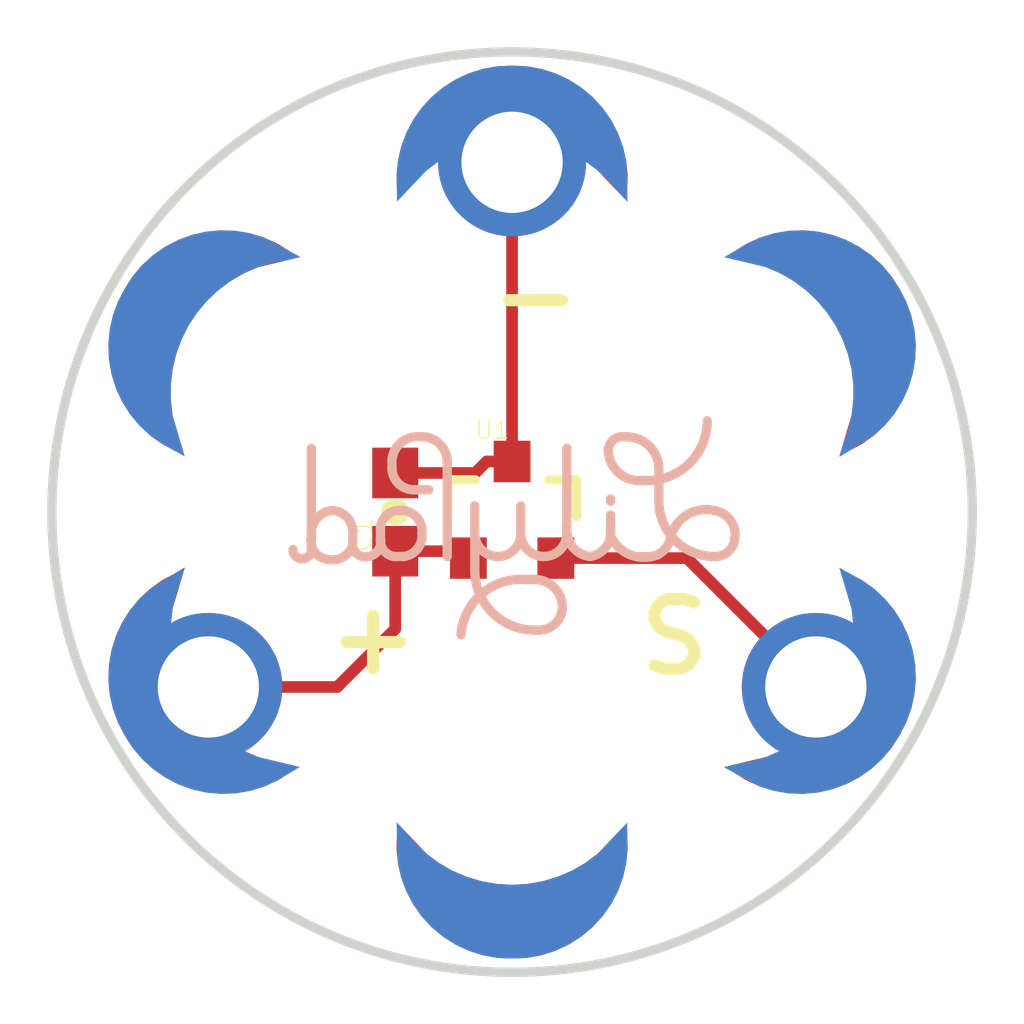
<source format=kicad_pcb>
(kicad_pcb (version 20211014) (generator pcbnew)
  (layers (0 "F.Cu" signal) (31 "B.Cu" signal) (34 "B.Paste" user) (35 "F.Paste" user) (36 "B.SilkS" user "B.Silkscreen") (37 "F.SilkS" user "F.Silkscreen") (38 "B.Mask" user) (39 "F.Mask" user) (44 "Edge.Cuts" user))
  (net 0 "")
  (net 1 "VCC")
  (net 2 "GND")
  (net 3 "VO")
  (footprint "boardEagle:PETAL-NOHOLE-2SIDE" (layer "F.Cu") (at 148.5011 112.6036)
    (fp_text reference "TEMP2" hide)
    (fp_text value "SEWTAP-NOHOLE2" hide)
    (fp_poly (pts (xy -1.854655 -0.173117) (xy -1.587233 0.02496) (xy -1.296131 0.192254) (xy -0.987629 0.324761) (xy -0.665876 0.420699) (xy -0.335186 0.478783) (xy -0.000001 0.49823) (xy 0.335185 0.478783) (xy 0.665875 0.4207) (xy 0.987628 0.324762) (xy 1.29613 0.192254) (xy 1.587231 0.024961) (xy 1.857026 -0.174874) (xy 2.101909 -0.404578) (xy 2.32514 -0.668824) (xy 2.493638 -0.837322) (xy 2.51214 -0.289809) (xy 2.481402 0.029121) (xy 2.409619 0.341384) (xy 2.298003 0.641723) (xy 2.148431 0.925078) (xy 1.963424 1.186677) (xy 1.746098 1.422114) (xy 1.500112 1.627423) (xy 1.22961 1.799149) (xy 0.939146 1.934398) (xy 0.633613 2.030893) (xy 0.318157 2.087007) (xy 0.002347 2.1016) (xy -0.002346 2.1016) (xy -0.318157 2.087008) (xy -0.633613 2.030893) (xy -0.939146 1.934399) (xy -1.22961 1.79915) (xy -1.500112 1.627424) (xy -1.746098 1.422115) (xy -1.963425 1.186678) (xy -2.148432 0.925079) (xy -2.298003 0.641724) (xy -2.409619 0.341385) (xy -2.481402 0.029122) (xy -2.512141 -0.289808) (xy -2.5016 -0.601715) (xy -2.5016 -0.854591)) (layer "F.Cu") (width 0) (fill solid))
    (fp_poly (pts (xy 2.5016 -0.601715) (xy 2.512141 -0.289808) (xy 2.481402 0.029122) (xy 2.409619 0.341385) (xy 2.298003 0.641724) (xy 2.148432 0.925079) (xy 1.963425 1.186678) (xy 1.746098 1.422115) (xy 1.500112 1.627424) (xy 1.22961 1.79915) (xy 0.939146 1.934399) (xy 0.633613 2.030893) (xy 0.318157 2.087008) (xy 0.002346 2.1016) (xy -0.002347 2.1016) (xy -0.318157 2.087007) (xy -0.633613 2.030893) (xy -0.939146 1.934398) (xy -1.22961 1.799149) (xy -1.500112 1.627423) (xy -1.746098 1.422114) (xy -1.963424 1.186677) (xy -2.148431 0.925078) (xy -2.298003 0.641723) (xy -2.409619 0.341384) (xy -2.482146 0.025885) (xy -2.50954 -0.853224) (xy -2.32514 -0.668824) (xy -2.101909 -0.404578) (xy -1.857026 -0.174874) (xy -1.587231 0.024961) (xy -1.29613 0.192254) (xy -0.987628 0.324762) (xy -0.665875 0.4207) (xy -0.335185 0.478783) (xy 0.000001 0.49823) (xy 0.335186 0.478783) (xy 0.665876 0.420699) (xy 0.987629 0.324761) (xy 1.296131 0.192254) (xy 1.587233 0.02496) (xy 1.854655 -0.173117) (xy 2.5016 -0.854591)) (layer "B.Cu") (width 0) (fill solid))
  )
  (footprint "boardEagle:PETAL-NOHOLE-2SIDE" (layer "F.Cu") (at 155.1011 101.2036 120)
    (fp_text reference "TEMP3" hide)
    (fp_text value "SEWTAP-NOHOLE2" hide)
    (fp_poly (pts (xy -1.854655 -0.173117) (xy -1.587233 0.02496) (xy -1.296131 0.192254) (xy -0.987629 0.324761) (xy -0.665876 0.420699) (xy -0.335186 0.478783) (xy -0.000001 0.49823) (xy 0.335185 0.478783) (xy 0.665875 0.4207) (xy 0.987628 0.324762) (xy 1.29613 0.192254) (xy 1.587231 0.024961) (xy 1.857026 -0.174874) (xy 2.101909 -0.404578) (xy 2.32514 -0.668824) (xy 2.493638 -0.837322) (xy 2.51214 -0.289809) (xy 2.481402 0.029121) (xy 2.409619 0.341384) (xy 2.298003 0.641723) (xy 2.148431 0.925078) (xy 1.963424 1.186677) (xy 1.746098 1.422114) (xy 1.500112 1.627423) (xy 1.22961 1.799149) (xy 0.939146 1.934398) (xy 0.633613 2.030893) (xy 0.318157 2.087007) (xy 0.002347 2.1016) (xy -0.002346 2.1016) (xy -0.318157 2.087008) (xy -0.633613 2.030893) (xy -0.939146 1.934399) (xy -1.22961 1.79915) (xy -1.500112 1.627424) (xy -1.746098 1.422115) (xy -1.963425 1.186678) (xy -2.148432 0.925079) (xy -2.298003 0.641724) (xy -2.409619 0.341385) (xy -2.481402 0.029122) (xy -2.512141 -0.289808) (xy -2.5016 -0.601715) (xy -2.5016 -0.854591)) (layer "F.Cu") (width 0) (fill solid))
    (fp_poly (pts (xy 2.5016 -0.601715) (xy 2.512141 -0.289808) (xy 2.481402 0.029122) (xy 2.409619 0.341385) (xy 2.298003 0.641724) (xy 2.148432 0.925079) (xy 1.963425 1.186678) (xy 1.746098 1.422115) (xy 1.500112 1.627424) (xy 1.22961 1.79915) (xy 0.939146 1.934399) (xy 0.633613 2.030893) (xy 0.318157 2.087008) (xy 0.002346 2.1016) (xy -0.002347 2.1016) (xy -0.318157 2.087007) (xy -0.633613 2.030893) (xy -0.939146 1.934398) (xy -1.22961 1.799149) (xy -1.500112 1.627423) (xy -1.746098 1.422114) (xy -1.963424 1.186677) (xy -2.148431 0.925078) (xy -2.298003 0.641723) (xy -2.409619 0.341384) (xy -2.482146 0.025885) (xy -2.50954 -0.853224) (xy -2.32514 -0.668824) (xy -2.101909 -0.404578) (xy -1.857026 -0.174874) (xy -1.587231 0.024961) (xy -1.29613 0.192254) (xy -0.987628 0.324762) (xy -0.665875 0.4207) (xy -0.335185 0.478783) (xy 0.000001 0.49823) (xy 0.335186 0.478783) (xy 0.665876 0.420699) (xy 0.987629 0.324761) (xy 1.296131 0.192254) (xy 1.587233 0.02496) (xy 1.854655 -0.173117) (xy 2.5016 -0.854591)) (layer "B.Cu") (width 0) (fill solid))
  )
  (footprint "boardEagle:PETAL-SMALL-2SIDE" (layer "F.Cu") (at 155.1011 108.8036 60)
    (fp_text reference "TEMPS0" hide)
    (fp_text value "SEWTAP6" hide)
    (fp_poly (pts (xy -1.854655 -0.173117) (xy -1.587233 0.02496) (xy -1.296131 0.192254) (xy -0.987629 0.324761) (xy -0.665876 0.420699) (xy -0.335186 0.478783) (xy -0.000001 0.49823) (xy 0.335185 0.478783) (xy 0.665875 0.4207) (xy 0.987628 0.324762) (xy 1.29613 0.192254) (xy 1.587231 0.024961) (xy 1.857026 -0.174874) (xy 2.101909 -0.404578) (xy 2.32514 -0.668824) (xy 2.493638 -0.837322) (xy 2.51214 -0.289809) (xy 2.481402 0.029121) (xy 2.409619 0.341384) (xy 2.298003 0.641723) (xy 2.148431 0.925078) (xy 1.963424 1.186677) (xy 1.746098 1.422114) (xy 1.500112 1.627423) (xy 1.22961 1.799149) (xy 0.939146 1.934398) (xy 0.633613 2.030893) (xy 0.318157 2.087007) (xy 0.002347 2.1016) (xy -0.002346 2.1016) (xy -0.318157 2.087008) (xy -0.633613 2.030893) (xy -0.939146 1.934399) (xy -1.22961 1.79915) (xy -1.500112 1.627424) (xy -1.746098 1.422115) (xy -1.963425 1.186678) (xy -2.148432 0.925079) (xy -2.298003 0.641724) (xy -2.409619 0.341385) (xy -2.481402 0.029122) (xy -2.512141 -0.289808) (xy -2.5016 -0.601715) (xy -2.5016 -0.854591)) (layer "F.Cu") (width 0) (fill solid))
    (fp_poly (pts (xy 2.5016 -0.601715) (xy 2.512141 -0.289808) (xy 2.481402 0.029122) (xy 2.409619 0.341385) (xy 2.298003 0.641724) (xy 2.148432 0.925079) (xy 1.963425 1.186678) (xy 1.746098 1.422115) (xy 1.500112 1.627424) (xy 1.22961 1.79915) (xy 0.939146 1.934399) (xy 0.633613 2.030893) (xy 0.318157 2.087008) (xy 0.002346 2.1016) (xy -0.002347 2.1016) (xy -0.318157 2.087007) (xy -0.633613 2.030893) (xy -0.939146 1.934398) (xy -1.22961 1.799149) (xy -1.500112 1.627423) (xy -1.746098 1.422114) (xy -1.963424 1.186677) (xy -2.148431 0.925078) (xy -2.298003 0.641723) (xy -2.409619 0.341384) (xy -2.482146 0.025885) (xy -2.50954 -0.853224) (xy -2.32514 -0.668824) (xy -2.101909 -0.404578) (xy -1.857026 -0.174874) (xy -1.587231 0.024961) (xy -1.29613 0.192254) (xy -0.987628 0.324762) (xy -0.665875 0.4207) (xy -0.335185 0.478783) (xy 0.000001 0.49823) (xy 0.335186 0.478783) (xy 0.665876 0.420699) (xy 0.987629 0.324761) (xy 1.296131 0.192254) (xy 1.587233 0.02496) (xy 1.854655 -0.173117) (xy 2.5016 -0.854591)) (layer "B.Cu") (width 0) (fill solid))
    (pad "1" thru_hole circle (at 0 0 150) (size 3.216 3.216) (drill 2.2) (layers *.Cu *.Mask) (net 3 "VO"))
  )
  (footprint "boardEagle:PETAL-SMALL-2SIDE" (layer "F.Cu") (at 141.9011 108.8036 -60)
    (fp_text reference "TEMP+0" hide)
    (fp_text value "SEWTAP6" hide)
    (fp_poly (pts (xy -1.854655 -0.173117) (xy -1.587233 0.02496) (xy -1.296131 0.192254) (xy -0.987629 0.324761) (xy -0.665876 0.420699) (xy -0.335186 0.478783) (xy -0.000001 0.49823) (xy 0.335185 0.478783) (xy 0.665875 0.4207) (xy 0.987628 0.324762) (xy 1.29613 0.192254) (xy 1.587231 0.024961) (xy 1.857026 -0.174874) (xy 2.101909 -0.404578) (xy 2.32514 -0.668824) (xy 2.493638 -0.837322) (xy 2.51214 -0.289809) (xy 2.481402 0.029121) (xy 2.409619 0.341384) (xy 2.298003 0.641723) (xy 2.148431 0.925078) (xy 1.963424 1.186677) (xy 1.746098 1.422114) (xy 1.500112 1.627423) (xy 1.22961 1.799149) (xy 0.939146 1.934398) (xy 0.633613 2.030893) (xy 0.318157 2.087007) (xy 0.002347 2.1016) (xy -0.002346 2.1016) (xy -0.318157 2.087008) (xy -0.633613 2.030893) (xy -0.939146 1.934399) (xy -1.22961 1.79915) (xy -1.500112 1.627424) (xy -1.746098 1.422115) (xy -1.963425 1.186678) (xy -2.148432 0.925079) (xy -2.298003 0.641724) (xy -2.409619 0.341385) (xy -2.481402 0.029122) (xy -2.512141 -0.289808) (xy -2.5016 -0.601715) (xy -2.5016 -0.854591)) (layer "F.Cu") (width 0) (fill solid))
    (fp_poly (pts (xy 2.5016 -0.601715) (xy 2.512141 -0.289808) (xy 2.481402 0.029122) (xy 2.409619 0.341385) (xy 2.298003 0.641724) (xy 2.148432 0.925079) (xy 1.963425 1.186678) (xy 1.746098 1.422115) (xy 1.500112 1.627424) (xy 1.22961 1.79915) (xy 0.939146 1.934399) (xy 0.633613 2.030893) (xy 0.318157 2.087008) (xy 0.002346 2.1016) (xy -0.002347 2.1016) (xy -0.318157 2.087007) (xy -0.633613 2.030893) (xy -0.939146 1.934398) (xy -1.22961 1.799149) (xy -1.500112 1.627423) (xy -1.746098 1.422114) (xy -1.963424 1.186677) (xy -2.148431 0.925078) (xy -2.298003 0.641723) (xy -2.409619 0.341384) (xy -2.482146 0.025885) (xy -2.50954 -0.853224) (xy -2.32514 -0.668824) (xy -2.101909 -0.404578) (xy -1.857026 -0.174874) (xy -1.587231 0.024961) (xy -1.29613 0.192254) (xy -0.987628 0.324762) (xy -0.665875 0.4207) (xy -0.335185 0.478783) (xy 0.000001 0.49823) (xy 0.335186 0.478783) (xy 0.665876 0.420699) (xy 0.987629 0.324761) (xy 1.296131 0.192254) (xy 1.587233 0.02496) (xy 1.854655 -0.173117) (xy 2.5016 -0.854591)) (layer "B.Cu") (width 0) (fill solid))
    (pad "1" thru_hole circle (at 0 0 30) (size 3.216 3.216) (drill 2.2) (layers *.Cu *.Mask) (net 1 "VCC"))
  )
  (footprint "boardEagle:SOT23-3" (layer "F.Cu") (at 148.5011 105.0036)
    (fp_text reference "U1" (at -0.8255 -1.778) (layer "F.SilkS") (effects (font (size 0.376489 0.376489) (thickness 0.029911)) (justify left)))
    (fp_text value "MCP9700")
    (fp_line (start 0.8 -0.7) (end 1.4 -0.7) (layer "F.SilkS") (width 0.2032))
    (fp_line (start -0.8 -0.7) (end -1.4 -0.7) (layer "F.SilkS") (width 0.2032))
    (fp_line (start -1.4 -0.7) (end -1.4 0.1) (layer "F.SilkS") (width 0.2032))
    (fp_line (start 1.4 -0.7) (end 1.4 0.1) (layer "F.SilkS") (width 0.2032))
    (pad "1" smd rect (at -0.95 1) (size 0.8 0.9) (layers "F.Cu" "F.Paste" "F.Mask") (net 1 "VCC"))
    (pad "2" smd rect (at 0.95 1) (size 0.8 0.9) (layers "F.Cu" "F.Paste" "F.Mask") (net 3 "VO"))
    (pad "3" smd rect (at 0 -1.1) (size 0.8 0.9) (layers "F.Cu" "F.Paste" "F.Mask") (net 2 "GND"))
  )
  (footprint "boardEagle:0603-CAP" (layer "F.Cu") (at 145.9611 105.0036 90)
    (fp_text reference "C1" (at -0.889 -0.6985 90) (layer "F.SilkS") (effects (font (size 0.376489 0.376489) (thickness 0.029911)) (justify left)))
    (fp_text value "0.1uF")
    (fp_line (start 0 -0.0305) (end 0 0.0305) (layer "F.SilkS") (width 0.5588))
    (pad "1" smd rect (at -0.85 0 90) (size 1.1 1) (layers "F.Cu" "F.Paste" "F.Mask") (net 1 "VCC"))
    (pad "2" smd rect (at 0.85 0 90) (size 1.1 1) (layers "F.Cu" "F.Paste" "F.Mask") (net 2 "GND"))
  )
  (footprint "boardEagle:PETAL-SMALL-2SIDE" (layer "F.Cu") (at 148.5011 97.4036 180)
    (fp_text reference "TEMP-0" hide)
    (fp_text value "SEWTAP6" hide)
    (fp_poly (pts (xy -1.854655 -0.173117) (xy -1.587233 0.02496) (xy -1.296131 0.192254) (xy -0.987629 0.324761) (xy -0.665876 0.420699) (xy -0.335186 0.478783) (xy -0.000001 0.49823) (xy 0.335185 0.478783) (xy 0.665875 0.4207) (xy 0.987628 0.324762) (xy 1.29613 0.192254) (xy 1.587231 0.024961) (xy 1.857026 -0.174874) (xy 2.101909 -0.404578) (xy 2.32514 -0.668824) (xy 2.493638 -0.837322) (xy 2.51214 -0.289809) (xy 2.481402 0.029121) (xy 2.409619 0.341384) (xy 2.298003 0.641723) (xy 2.148431 0.925078) (xy 1.963424 1.186677) (xy 1.746098 1.422114) (xy 1.500112 1.627423) (xy 1.22961 1.799149) (xy 0.939146 1.934398) (xy 0.633613 2.030893) (xy 0.318157 2.087007) (xy 0.002347 2.1016) (xy -0.002346 2.1016) (xy -0.318157 2.087008) (xy -0.633613 2.030893) (xy -0.939146 1.934399) (xy -1.22961 1.79915) (xy -1.500112 1.627424) (xy -1.746098 1.422115) (xy -1.963425 1.186678) (xy -2.148432 0.925079) (xy -2.298003 0.641724) (xy -2.409619 0.341385) (xy -2.481402 0.029122) (xy -2.512141 -0.289808) (xy -2.5016 -0.601715) (xy -2.5016 -0.854591)) (layer "F.Cu") (width 0) (fill solid))
    (fp_poly (pts (xy 2.5016 -0.601715) (xy 2.512141 -0.289808) (xy 2.481402 0.029122) (xy 2.409619 0.341385) (xy 2.298003 0.641724) (xy 2.148432 0.925079) (xy 1.963425 1.186678) (xy 1.746098 1.422115) (xy 1.500112 1.627424) (xy 1.22961 1.79915) (xy 0.939146 1.934399) (xy 0.633613 2.030893) (xy 0.318157 2.087008) (xy 0.002346 2.1016) (xy -0.002347 2.1016) (xy -0.318157 2.087007) (xy -0.633613 2.030893) (xy -0.939146 1.934398) (xy -1.22961 1.799149) (xy -1.500112 1.627423) (xy -1.746098 1.422114) (xy -1.963424 1.186677) (xy -2.148431 0.925078) (xy -2.298003 0.641723) (xy -2.409619 0.341384) (xy -2.482146 0.025885) (xy -2.50954 -0.853224) (xy -2.32514 -0.668824) (xy -2.101909 -0.404578) (xy -1.857026 -0.174874) (xy -1.587231 0.024961) (xy -1.29613 0.192254) (xy -0.987628 0.324762) (xy -0.665875 0.4207) (xy -0.335185 0.478783) (xy 0.000001 0.49823) (xy 0.335186 0.478783) (xy 0.665876 0.420699) (xy 0.987629 0.324761) (xy 1.296131 0.192254) (xy 1.587233 0.02496) (xy 1.854655 -0.173117) (xy 2.5016 -0.854591)) (layer "B.Cu") (width 0) (fill solid))
    (pad "1" thru_hole circle (at 0 0 270) (size 3.216 3.216) (drill 2.2) (layers *.Cu *.Mask) (net 2 "GND"))
  )
  (footprint "boardEagle:PETAL-NOHOLE-2SIDE" (layer "F.Cu") (at 141.9011 101.2036 -120)
    (fp_text reference "TEMP1" hide)
    (fp_text value "SEWTAP-NOHOLE2" hide)
    (fp_poly (pts (xy -1.854655 -0.173117) (xy -1.587233 0.02496) (xy -1.296131 0.192254) (xy -0.987629 0.324761) (xy -0.665876 0.420699) (xy -0.335186 0.478783) (xy -0.000001 0.49823) (xy 0.335185 0.478783) (xy 0.665875 0.4207) (xy 0.987628 0.324762) (xy 1.29613 0.192254) (xy 1.587231 0.024961) (xy 1.857026 -0.174874) (xy 2.101909 -0.404578) (xy 2.32514 -0.668824) (xy 2.493638 -0.837322) (xy 2.51214 -0.289809) (xy 2.481402 0.029121) (xy 2.409619 0.341384) (xy 2.298003 0.641723) (xy 2.148431 0.925078) (xy 1.963424 1.186677) (xy 1.746098 1.422114) (xy 1.500112 1.627423) (xy 1.22961 1.799149) (xy 0.939146 1.934398) (xy 0.633613 2.030893) (xy 0.318157 2.087007) (xy 0.002347 2.1016) (xy -0.002346 2.1016) (xy -0.318157 2.087008) (xy -0.633613 2.030893) (xy -0.939146 1.934399) (xy -1.22961 1.79915) (xy -1.500112 1.627424) (xy -1.746098 1.422115) (xy -1.963425 1.186678) (xy -2.148432 0.925079) (xy -2.298003 0.641724) (xy -2.409619 0.341385) (xy -2.481402 0.029122) (xy -2.512141 -0.289808) (xy -2.5016 -0.601715) (xy -2.5016 -0.854591)) (layer "F.Cu") (width 0) (fill solid))
    (fp_poly (pts (xy 2.5016 -0.601715) (xy 2.512141 -0.289808) (xy 2.481402 0.029122) (xy 2.409619 0.341385) (xy 2.298003 0.641724) (xy 2.148432 0.925079) (xy 1.963425 1.186678) (xy 1.746098 1.422115) (xy 1.500112 1.627424) (xy 1.22961 1.79915) (xy 0.939146 1.934399) (xy 0.633613 2.030893) (xy 0.318157 2.087008) (xy 0.002346 2.1016) (xy -0.002347 2.1016) (xy -0.318157 2.087007) (xy -0.633613 2.030893) (xy -0.939146 1.934398) (xy -1.22961 1.799149) (xy -1.500112 1.627423) (xy -1.746098 1.422114) (xy -1.963424 1.186677) (xy -2.148431 0.925078) (xy -2.298003 0.641723) (xy -2.409619 0.341384) (xy -2.482146 0.025885) (xy -2.50954 -0.853224) (xy -2.32514 -0.668824) (xy -2.101909 -0.404578) (xy -1.857026 -0.174874) (xy -1.587231 0.024961) (xy -1.29613 0.192254) (xy -0.987628 0.324762) (xy -0.665875 0.4207) (xy -0.335185 0.478783) (xy 0.000001 0.49823) (xy 0.335186 0.478783) (xy 0.665876 0.420699) (xy 0.987629 0.324761) (xy 1.296131 0.192254) (xy 1.587233 0.02496) (xy 1.854655 -0.173117) (xy 2.5016 -0.854591)) (layer "B.Cu") (width 0) (fill solid))
  )
  (footprint "boardEagle:LOGO-LILYPAD" (layer "B.Cu") (at 148.5011 105.0036 180)
    (fp_text reference "U$2" hide)
    (fp_text value "LOGO-LPLP" hide)
    (fp_line (start 2.36 0.035) (end 2.46 0.035) (layer "B.SilkS") (width 0.2032))
    (fp_line (start 2.11 0.485) (end 1.81 0.485) (layer "B.SilkS") (width 0.2032))
    (fp_line (start -2.94 0.685) (end -2.79 0.685) (layer "B.SilkS") (width 0.2032))
    (fp_line (start 2.56 -0.965) (end 2.36 -0.965) (layer "B.SilkS") (width 0.2032))
    (fp_line (start 2.61 1.135) (end 2.61 0.935) (layer "B.SilkS") (width 0.2032))
    (fp_line (start 4.36 -0.615) (end 4.36 1.385) (layer "B.SilkS") (width 0.2032))
    (fp_line (start -2.14 -0.365) (end -2.14 -0.515) (layer "B.SilkS") (width 0.2032))
    (fp_line (start -0.59 -2.565) (end -0.49 -2.565) (layer "B.SilkS") (width 0.2032))
    (fp_line (start 3.46 -0.765) (end 3.46 -0.715) (layer "B.SilkS") (width 0.2032))
    (fp_line (start 2.86 -0.365) (end 2.86 -0.565) (layer "B.SilkS") (width 0.2032))
    (fp_line (start -2.14 0.235) (end -2.14 0.285) (layer "B.SilkS") (width 0.2032))
    (fp_line (start -0.19 -0.465) (end -0.19 0.135) (layer "B.SilkS") (width 0.2032))
    (fp_line (start -1.19 -0.465) (end -1.19 -0.415) (layer "B.SilkS") (width 0.2032))
    (fp_line (start -2.49 1.635) (end -2.39 1.635) (layer "B.SilkS") (width 0.2032))
    (fp_line (start -1.19 -0.265) (end -1.19 1.385) (layer "B.SilkS") (width 0.2032))
    (fp_line (start 1.41 -0.965) (end 1.41 1.135) (layer "B.SilkS") (width 0.2032))
    (fp_line (start -0.49 -1.465) (end -0.29 -1.465) (layer "B.SilkS") (width 0.2032))
    (fp_line (start 3.46 -0.715) (end 3.46 -0.465) (layer "B.SilkS") (width 0.2032))
    (fp_line (start -2.14 -0.365) (end -2.14 -0.065) (layer "B.SilkS") (width 0.2032))
    (fp_line (start 4.36 -0.715) (end 4.36 -0.815) (layer "B.SilkS") (width 0.2032))
    (fp_line (start -3.19 0.235) (end -3.19 0.935) (layer "B.SilkS") (width 0.2032))
    (fp_line (start 0.81 -0.465) (end 0.81 0.135) (layer "B.SilkS") (width 0.2032))
    (fp_line (start 0.81 -1.265) (end 0.81 -0.465) (layer "B.SilkS") (width 0.2032))
    (fp_arc (start 2.86 -0.565) (mid 2.902157 -0.816777) (end 3.11 -0.965) (layer "B.SilkS") (width 0.2032))
    (fp_arc (start 4.059999 -1.015) (mid 4.251547 -0.906548) (end 4.36 -0.715) (layer "B.SilkS") (width 0.2032))
    (fp_arc (start -3.190001 -0.914999) (mid -2.582158 -0.932462) (end -2.14 -0.515) (layer "B.SilkS") (width 0.2032))
    (fp_arc (start -3.44 -0.565) (mid -3.790736 -0.068249) (end -4.39 0.035) (layer "B.SilkS") (width 0.2032))
    (fp_arc (start -2.14 -0.365) (mid -2.039264 -0.758198) (end -1.69 -0.965) (layer "B.SilkS") (width 0.2032))
    (fp_arc (start -0.49 -2.565) (mid 0.429239 -2.184239) (end 0.81 -1.265) (layer "B.SilkS") (width 0.2032))
    (fp_arc (start -4.39 -0.965) (mid -3.541472 -0.613528) (end -3.19 0.235) (layer "B.SilkS") (width 0.2032))
    (fp_arc (start -3.44 -0.565) (mid -3.222842 -0.889264) (end -2.839999 -0.964999) (layer "B.SilkS") (width 0.2032))
    (fp_arc (start 2.01 1.635) (mid 1.606447 1.509264) (end 1.41 1.135) (layer "B.SilkS") (width 0.2032))
    (fp_arc (start -4.84 -0.565) (mid -4.697843 -0.858198) (end -4.39 -0.965) (layer "B.SilkS") (width 0.2032))
    (fp_arc (start 2.56 -0.965) (mid 2.792843 -0.827132) (end 2.86 -0.565) (layer "B.SilkS") (width 0.2032))
    (fp_arc (start -2.09 1.335) (mid -2.177868 1.547132) (end -2.39 1.635) (layer "B.SilkS") (width 0.2032))
    (fp_arc (start -1.19 -0.415) (mid -1.187119 -0.34) (end -1.19 -0.265) (layer "B.SilkS") (width 0.2032))
    (fp_arc (start 4.36 -0.515) (mid 4.248909 -0.146802) (end 3.91 0.035) (layer "B.SilkS") (width 0.2032))
    (fp_arc (start 3.11 -0.965) (mid 3.326421 -0.937487) (end 3.46 -0.765) (layer "B.SilkS") (width 0.2032))
    (fp_arc (start 2.609999 1.134999) (mid 2.413529 1.509234) (end 2.01 1.635) (layer "B.SilkS") (width 0.2032))
    (fp_arc (start 3.91 0.035) (mid 3.581447 -0.121802) (end 3.46 -0.465) (layer "B.SilkS") (width 0.2032))
    (fp_arc (start 2.36 0.035) (mid 2.056447 -0.132157) (end 1.96 -0.465) (layer "B.SilkS") (width 0.2032))
    (fp_arc (start 4.36 -0.715) (mid 4.372311 -0.615) (end 4.36 -0.515) (layer "B.SilkS") (width 0.2032))
    (fp_arc (start -4.39 0.035) (mid -4.739264 -0.171802) (end -4.84 -0.565) (layer "B.SilkS") (width 0.2032))
    (fp_arc (start -1.09 -2.065) (mid -0.943553 -2.418553) (end -0.59 -2.565) (layer "B.SilkS") (width 0.2032))
    (fp_arc (start 1.11 -2.665) (mid 0.658528 -1.775051) (end -0.29 -1.465) (layer "B.SilkS") (width 0.2032))
    (fp_arc (start -4.24 1.985) (mid -3.859239 1.065761) (end -2.94 0.685) (layer "B.SilkS") (width 0.2032))
    (fp_arc (start 4.36 -0.815) (mid 4.418579 -0.956421) (end 4.56 -1.015) (layer "B.SilkS") (width 0.2032))
    (fp_arc (start -0.19 -0.465) (mid -0.043553 -0.818553) (end 0.31 -0.965) (layer "B.SilkS") (width 0.2032))
    (fp_arc (start -2.79 0.685) (mid -2.305381 0.865025) (end -2.09 1.335) (layer "B.SilkS") (width 0.2032))
    (fp_arc (start -1.690001 -0.965) (mid -1.338239 -0.782511) (end -1.19 -0.415) (layer "B.SilkS") (width 0.2032))
    (fp_arc (start 1.959999 -0.464999) (mid 2.056446 -0.797842) (end 2.36 -0.965) (layer "B.SilkS") (width 0.2032))
    (fp_arc (start 0.31 -0.965) (mid 0.663553 -0.818553) (end 0.81 -0.465) (layer "B.SilkS") (width 0.2032))
    (fp_arc (start 3.46 -0.715) (mid 3.697868 -0.989264) (end 4.06 -1.015) (layer "B.SilkS") (width 0.2032))
    (fp_arc (start 4.56 -1.015) (mid 4.701421 -0.956421) (end 4.76 -0.815) (layer "B.SilkS") (width 0.2032))
    (fp_arc (start 2.109999 0.484999) (mid 2.453171 0.606475) (end 2.61 0.935) (layer "B.SilkS") (width 0.2032))
    (fp_arc (start 2.86 -0.365) (mid 2.742843 -0.082157) (end 2.46 0.035) (layer "B.SilkS") (width 0.2032))
    (fp_arc (start -0.69 -0.965) (mid -0.336447 -0.818553) (end -0.19 -0.465) (layer "B.SilkS") (width 0.2032))
    (fp_arc (start -1.19 -0.465) (mid -1.043553 -0.818553) (end -0.69 -0.965) (layer "B.SilkS") (width 0.2032))
    (fp_arc (start -2.49 1.635) (mid -2.984975 1.429975) (end -3.19 0.935) (layer "B.SilkS") (width 0.2032))
    (fp_arc (start -0.489999 -1.464999) (mid -0.914264 -1.640735) (end -1.09 -2.065) (layer "B.SilkS") (width 0.2032))
  )
  (gr_circle (center 148.5011 105.0036) (end 158.5011 105.0036) (layer "Edge.Cuts") (width 0.2032) (fill none))
  (gr_text "S" (at 151.1311 108.6036) (layer "F.SilkS") (effects (font (size 1.5113 1.5113) (thickness 0.2667)) (justify left bottom)))
  (gr_text "-" (at 147.9011 101.1736) (layer "F.SilkS") (effects (font (size 1.5113 1.5113) (thickness 0.2667)) (justify left bottom)))
  (gr_text "+" (at 144.3711 108.6036) (layer "F.SilkS") (effects (font (size 1.5113 1.5113) (thickness 0.2667)) (justify left bottom)))
  (segment (start 147.5511 106.0036) (end 147.5011 106.0036) (width 0.4064) (layer "F.Cu") (net 1))
  (segment (start 145.9611 107.5436) (end 144.7011 108.8036) (width 0.254) (layer "F.Cu") (net 1))
  (segment (start 144.7011 108.8036) (end 141.9011 108.8036) (width 0.254) (layer "F.Cu") (net 1))
  (segment (start 145.9611 105.8536) (end 145.9611 107.5436) (width 0.254) (layer "F.Cu") (net 1))
  (segment (start 147.4011 105.8536) (end 145.9611 105.8536) (width 0.254) (layer "F.Cu") (net 1))
  (segment (start 147.5511 106.0036) (end 147.4011 105.8536) (width 0.254) (layer "F.Cu") (net 1))
  (segment (start 147.9501 103.9036) (end 147.7001 104.1536) (width 0.254) (layer "F.Cu") (net 2))
  (segment (start 148.5011 103.9036) (end 148.5011 97.4036) (width 0.254) (layer "F.Cu") (net 2))
  (segment (start 148.5011 103.9036) (end 147.9501 103.9036) (width 0.254) (layer "F.Cu") (net 2))
  (segment (start 147.7001 104.1536) (end 145.9611 104.1536) (width 0.254) (layer "F.Cu") (net 2))
  (segment (start 152.3011 106.0036) (end 155.1011 108.8036) (width 0.254) (layer "F.Cu") (net 3))
  (segment (start 149.4511 106.0036) (end 149.5011 106.0036) (width 0.4064) (layer "F.Cu") (net 3))
  (segment (start 149.5011 106.0036) (end 152.3011 106.0036) (width 0.254) (layer "F.Cu") (net 3))
)
</source>
